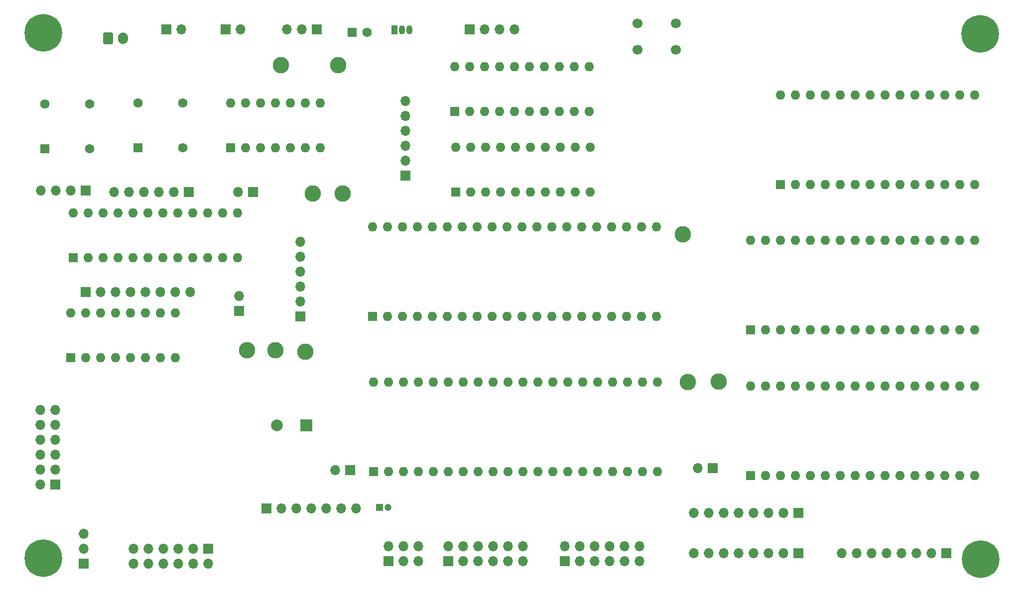
<source format=gbr>
%TF.GenerationSoftware,KiCad,Pcbnew,6.0.4+dfsg-1+b1*%
%TF.CreationDate,2022-05-07T15:32:52+10:00*%
%TF.ProjectId,65816-computer,36353831-362d-4636-9f6d-70757465722e,rev?*%
%TF.SameCoordinates,Original*%
%TF.FileFunction,Soldermask,Bot*%
%TF.FilePolarity,Negative*%
%FSLAX46Y46*%
G04 Gerber Fmt 4.6, Leading zero omitted, Abs format (unit mm)*
G04 Created by KiCad (PCBNEW 6.0.4+dfsg-1+b1) date 2022-05-07 15:32:52*
%MOMM*%
%LPD*%
G01*
G04 APERTURE LIST*
G04 Aperture macros list*
%AMRoundRect*
0 Rectangle with rounded corners*
0 $1 Rounding radius*
0 $2 $3 $4 $5 $6 $7 $8 $9 X,Y pos of 4 corners*
0 Add a 4 corners polygon primitive as box body*
4,1,4,$2,$3,$4,$5,$6,$7,$8,$9,$2,$3,0*
0 Add four circle primitives for the rounded corners*
1,1,$1+$1,$2,$3*
1,1,$1+$1,$4,$5*
1,1,$1+$1,$6,$7*
1,1,$1+$1,$8,$9*
0 Add four rect primitives between the rounded corners*
20,1,$1+$1,$2,$3,$4,$5,0*
20,1,$1+$1,$4,$5,$6,$7,0*
20,1,$1+$1,$6,$7,$8,$9,0*
20,1,$1+$1,$8,$9,$2,$3,0*%
G04 Aperture macros list end*
%ADD10R,1.600000X1.600000*%
%ADD11C,1.600000*%
%ADD12R,1.700000X1.700000*%
%ADD13O,1.700000X1.700000*%
%ADD14O,1.600000X1.600000*%
%ADD15C,0.800000*%
%ADD16C,6.400000*%
%ADD17C,2.800000*%
%ADD18R,2.000000X2.000000*%
%ADD19C,2.000000*%
%ADD20C,1.700000*%
%ADD21RoundRect,0.250000X-0.600000X-0.750000X0.600000X-0.750000X0.600000X0.750000X-0.600000X0.750000X0*%
%ADD22O,1.700000X2.000000*%
%ADD23R,1.200000X1.200000*%
%ADD24C,1.200000*%
%ADD25R,1.050000X1.500000*%
%ADD26O,1.050000X1.500000*%
G04 APERTURE END LIST*
D10*
%TO.C,X1*%
X89662000Y-64643000D03*
D11*
X97282000Y-64643000D03*
X97282000Y-57023000D03*
X89662000Y-57023000D03*
%TD*%
D12*
%TO.C,J19*%
X132207000Y-135001000D03*
D13*
X132207000Y-132461000D03*
X134747000Y-135001000D03*
X134747000Y-132461000D03*
X137287000Y-135001000D03*
X137287000Y-132461000D03*
%TD*%
D10*
%TO.C,U11*%
X78232000Y-100330000D03*
D14*
X80772000Y-100330000D03*
X83312000Y-100330000D03*
X85852000Y-100330000D03*
X88392000Y-100330000D03*
X90932000Y-100330000D03*
X93472000Y-100330000D03*
X96012000Y-100330000D03*
X96012000Y-92710000D03*
X93472000Y-92710000D03*
X90932000Y-92710000D03*
X88392000Y-92710000D03*
X85852000Y-92710000D03*
X83312000Y-92710000D03*
X80772000Y-92710000D03*
X78232000Y-92710000D03*
%TD*%
D10*
%TO.C,U9*%
X198882000Y-70876000D03*
D14*
X201422000Y-70876000D03*
X203962000Y-70876000D03*
X206502000Y-70876000D03*
X209042000Y-70876000D03*
X211582000Y-70876000D03*
X214122000Y-70876000D03*
X216662000Y-70876000D03*
X219202000Y-70876000D03*
X221742000Y-70876000D03*
X224282000Y-70876000D03*
X226822000Y-70876000D03*
X229362000Y-70876000D03*
X231902000Y-70876000D03*
X231902000Y-55636000D03*
X229362000Y-55636000D03*
X226822000Y-55636000D03*
X224282000Y-55636000D03*
X221742000Y-55636000D03*
X219202000Y-55636000D03*
X216662000Y-55636000D03*
X214122000Y-55636000D03*
X211582000Y-55636000D03*
X209042000Y-55636000D03*
X206502000Y-55636000D03*
X203962000Y-55636000D03*
X201422000Y-55636000D03*
X198882000Y-55636000D03*
%TD*%
D15*
%TO.C,H1*%
X75230056Y-43387944D03*
X73533000Y-42685000D03*
X75230056Y-46782056D03*
X73533000Y-47485000D03*
X71835944Y-46782056D03*
D16*
X73533000Y-45085000D03*
D15*
X71835944Y-43387944D03*
X75933000Y-45085000D03*
X71133000Y-45085000D03*
%TD*%
D17*
%TO.C,TP7*%
X124460000Y-72390000D03*
%TD*%
D15*
%TO.C,H4*%
X232918000Y-132220000D03*
X232918000Y-137020000D03*
X234615056Y-132922944D03*
X231220944Y-136317056D03*
X235318000Y-134620000D03*
D16*
X232918000Y-134620000D03*
D15*
X230518000Y-134620000D03*
X231220944Y-132922944D03*
X234615056Y-136317056D03*
%TD*%
D12*
%TO.C,J9*%
X227076000Y-133604000D03*
D13*
X224536000Y-133604000D03*
X221996000Y-133604000D03*
X219456000Y-133604000D03*
X216916000Y-133604000D03*
X214376000Y-133604000D03*
X211836000Y-133604000D03*
X209296000Y-133604000D03*
%TD*%
D15*
%TO.C,H3*%
X73533000Y-132093000D03*
X73533000Y-136893000D03*
X71133000Y-134493000D03*
X71835944Y-132795944D03*
X71835944Y-136190056D03*
X75933000Y-134493000D03*
X75230056Y-136190056D03*
X75230056Y-132795944D03*
D16*
X73533000Y-134493000D03*
%TD*%
D10*
%TO.C,U13*%
X129667000Y-119766000D03*
D14*
X132207000Y-119766000D03*
X134747000Y-119766000D03*
X137287000Y-119766000D03*
X139827000Y-119766000D03*
X142367000Y-119766000D03*
X144907000Y-119766000D03*
X147447000Y-119766000D03*
X149987000Y-119766000D03*
X152527000Y-119766000D03*
X155067000Y-119766000D03*
X157607000Y-119766000D03*
X160147000Y-119766000D03*
X162687000Y-119766000D03*
X165227000Y-119766000D03*
X167767000Y-119766000D03*
X170307000Y-119766000D03*
X172847000Y-119766000D03*
X175387000Y-119766000D03*
X177927000Y-119766000D03*
X177927000Y-104526000D03*
X175387000Y-104526000D03*
X172847000Y-104526000D03*
X170307000Y-104526000D03*
X167767000Y-104526000D03*
X165227000Y-104526000D03*
X162687000Y-104526000D03*
X160147000Y-104526000D03*
X157607000Y-104526000D03*
X155067000Y-104526000D03*
X152527000Y-104526000D03*
X149987000Y-104526000D03*
X147447000Y-104526000D03*
X144907000Y-104526000D03*
X142367000Y-104526000D03*
X139827000Y-104526000D03*
X137287000Y-104526000D03*
X134747000Y-104526000D03*
X132207000Y-104526000D03*
X129667000Y-104526000D03*
%TD*%
D17*
%TO.C,TP8*%
X188341000Y-104394000D03*
%TD*%
D10*
%TO.C,X2*%
X73787000Y-64770000D03*
D11*
X81407000Y-64770000D03*
X81407000Y-57150000D03*
X73787000Y-57150000D03*
%TD*%
D18*
%TO.C,LS1*%
X118237000Y-111887000D03*
D19*
X113237000Y-111887000D03*
%TD*%
D12*
%TO.C,J14*%
X117221000Y-93345000D03*
D13*
X117221000Y-90805000D03*
X117221000Y-88265000D03*
X117221000Y-85725000D03*
X117221000Y-83185000D03*
X117221000Y-80645000D03*
%TD*%
D12*
%TO.C,J20*%
X187330000Y-119126000D03*
D13*
X184790000Y-119126000D03*
%TD*%
D12*
%TO.C,JP3*%
X109220000Y-72136000D03*
D13*
X106680000Y-72136000D03*
%TD*%
D15*
%TO.C,H2*%
X232791000Y-47612000D03*
X230391000Y-45212000D03*
X235191000Y-45212000D03*
X231093944Y-43514944D03*
X231093944Y-46909056D03*
X234488056Y-43514944D03*
X232791000Y-42812000D03*
D16*
X232791000Y-45212000D03*
D15*
X234488056Y-46909056D03*
%TD*%
D12*
%TO.C,J6*%
X142429609Y-134946609D03*
D13*
X142429609Y-132406609D03*
X144969609Y-134946609D03*
X144969609Y-132406609D03*
X147509609Y-134946609D03*
X147509609Y-132406609D03*
X150049609Y-134946609D03*
X150049609Y-132406609D03*
X152589609Y-134946609D03*
X152589609Y-132406609D03*
X155129609Y-134946609D03*
X155129609Y-132406609D03*
%TD*%
D17*
%TO.C,TP11*%
X123698000Y-50546000D03*
%TD*%
D12*
%TO.C,J10*%
X201930000Y-126746000D03*
D13*
X199390000Y-126746000D03*
X196850000Y-126746000D03*
X194310000Y-126746000D03*
X191770000Y-126746000D03*
X189230000Y-126746000D03*
X186690000Y-126746000D03*
X184150000Y-126746000D03*
%TD*%
D20*
%TO.C,SW1*%
X174550000Y-43470000D03*
X181050000Y-43470000D03*
X174550000Y-47970000D03*
X181050000Y-47970000D03*
%TD*%
D21*
%TO.C,J3*%
X84582000Y-45974000D03*
D22*
X87082000Y-45974000D03*
%TD*%
D10*
%TO.C,U7*%
X193802000Y-95641000D03*
D14*
X196342000Y-95641000D03*
X198882000Y-95641000D03*
X201422000Y-95641000D03*
X203962000Y-95641000D03*
X206502000Y-95641000D03*
X209042000Y-95641000D03*
X211582000Y-95641000D03*
X214122000Y-95641000D03*
X216662000Y-95641000D03*
X219202000Y-95641000D03*
X221742000Y-95641000D03*
X224282000Y-95641000D03*
X226822000Y-95641000D03*
X229362000Y-95641000D03*
X231902000Y-95641000D03*
X231902000Y-80401000D03*
X229362000Y-80401000D03*
X226822000Y-80401000D03*
X224282000Y-80401000D03*
X221742000Y-80401000D03*
X219202000Y-80401000D03*
X216662000Y-80401000D03*
X214122000Y-80401000D03*
X211582000Y-80401000D03*
X209042000Y-80401000D03*
X206502000Y-80401000D03*
X203962000Y-80401000D03*
X201422000Y-80401000D03*
X198882000Y-80401000D03*
X196342000Y-80401000D03*
X193802000Y-80401000D03*
%TD*%
D12*
%TO.C,J17*%
X80772000Y-71882000D03*
D13*
X78232000Y-71882000D03*
X75692000Y-71882000D03*
X73152000Y-71882000D03*
%TD*%
D12*
%TO.C,J13*%
X135128000Y-69342000D03*
D13*
X135128000Y-66802000D03*
X135128000Y-64262000D03*
X135128000Y-61722000D03*
X135128000Y-59182000D03*
X135128000Y-56642000D03*
%TD*%
D12*
%TO.C,JP4*%
X106807000Y-92379000D03*
D13*
X106807000Y-89839000D03*
%TD*%
D12*
%TO.C,J5*%
X75570000Y-121920000D03*
D13*
X73030000Y-121920000D03*
X75570000Y-119380000D03*
X73030000Y-119380000D03*
X75570000Y-116840000D03*
X73030000Y-116840000D03*
X75570000Y-114300000D03*
X73030000Y-114300000D03*
X75570000Y-111760000D03*
X73030000Y-111760000D03*
X75570000Y-109220000D03*
X73030000Y-109220000D03*
%TD*%
D10*
%TO.C,U10*%
X105405000Y-64633000D03*
D14*
X107945000Y-64633000D03*
X110485000Y-64633000D03*
X113025000Y-64633000D03*
X115565000Y-64633000D03*
X118105000Y-64633000D03*
X120645000Y-64633000D03*
X120645000Y-57013000D03*
X118105000Y-57013000D03*
X115565000Y-57013000D03*
X113025000Y-57013000D03*
X110485000Y-57013000D03*
X107945000Y-57013000D03*
X105405000Y-57013000D03*
%TD*%
D10*
%TO.C,U6*%
X78608000Y-83302000D03*
D14*
X81148000Y-83302000D03*
X83688000Y-83302000D03*
X86228000Y-83302000D03*
X88768000Y-83302000D03*
X91308000Y-83302000D03*
X93848000Y-83302000D03*
X96388000Y-83302000D03*
X98928000Y-83302000D03*
X101468000Y-83302000D03*
X104008000Y-83302000D03*
X106548000Y-83302000D03*
X106548000Y-75682000D03*
X104008000Y-75682000D03*
X101468000Y-75682000D03*
X98928000Y-75682000D03*
X96388000Y-75682000D03*
X93848000Y-75682000D03*
X91308000Y-75682000D03*
X88768000Y-75682000D03*
X86228000Y-75682000D03*
X83688000Y-75682000D03*
X81148000Y-75682000D03*
X78608000Y-75682000D03*
%TD*%
D23*
%TO.C,C16*%
X130683000Y-125857000D03*
D24*
X132183000Y-125857000D03*
%TD*%
D12*
%TO.C,J16*%
X98298000Y-72136000D03*
D13*
X95758000Y-72136000D03*
X93218000Y-72136000D03*
X90678000Y-72136000D03*
X88138000Y-72136000D03*
X85598000Y-72136000D03*
%TD*%
D17*
%TO.C,TP9*%
X118110000Y-99314000D03*
%TD*%
D12*
%TO.C,J2*%
X94483000Y-44450000D03*
D13*
X97023000Y-44450000D03*
%TD*%
D10*
%TO.C,U4*%
X129540000Y-93345000D03*
D14*
X132080000Y-93345000D03*
X134620000Y-93345000D03*
X137160000Y-93345000D03*
X139700000Y-93345000D03*
X142240000Y-93345000D03*
X144780000Y-93345000D03*
X147320000Y-93345000D03*
X149860000Y-93345000D03*
X152400000Y-93345000D03*
X154940000Y-93345000D03*
X157480000Y-93345000D03*
X160020000Y-93345000D03*
X162560000Y-93345000D03*
X165100000Y-93345000D03*
X167640000Y-93345000D03*
X170180000Y-93345000D03*
X172720000Y-93345000D03*
X175260000Y-93345000D03*
X177800000Y-93345000D03*
X177800000Y-78105000D03*
X175260000Y-78105000D03*
X172720000Y-78105000D03*
X170180000Y-78105000D03*
X167640000Y-78105000D03*
X165100000Y-78105000D03*
X162560000Y-78105000D03*
X160020000Y-78105000D03*
X157480000Y-78105000D03*
X154940000Y-78105000D03*
X152400000Y-78105000D03*
X149860000Y-78105000D03*
X147320000Y-78105000D03*
X144780000Y-78105000D03*
X142240000Y-78105000D03*
X139700000Y-78105000D03*
X137160000Y-78105000D03*
X134620000Y-78105000D03*
X132080000Y-78105000D03*
X129540000Y-78105000D03*
%TD*%
D12*
%TO.C,J4*%
X101600000Y-132842000D03*
D13*
X101600000Y-135382000D03*
X99060000Y-132842000D03*
X99060000Y-135382000D03*
X96520000Y-132842000D03*
X96520000Y-135382000D03*
X93980000Y-132842000D03*
X93980000Y-135382000D03*
X91440000Y-132842000D03*
X91440000Y-135382000D03*
X88900000Y-132842000D03*
X88900000Y-135382000D03*
%TD*%
D10*
%TO.C,U3*%
X143510000Y-58420000D03*
D14*
X146050000Y-58420000D03*
X148590000Y-58420000D03*
X151130000Y-58420000D03*
X153670000Y-58420000D03*
X156210000Y-58420000D03*
X158750000Y-58420000D03*
X161290000Y-58420000D03*
X163830000Y-58420000D03*
X166370000Y-58420000D03*
X166370000Y-50800000D03*
X163830000Y-50800000D03*
X161290000Y-50800000D03*
X158750000Y-50800000D03*
X156210000Y-50800000D03*
X153670000Y-50800000D03*
X151130000Y-50800000D03*
X148590000Y-50800000D03*
X146050000Y-50800000D03*
X143510000Y-50800000D03*
%TD*%
D17*
%TO.C,TP4*%
X113030000Y-99060000D03*
%TD*%
D12*
%TO.C,JP1*%
X125730000Y-119507000D03*
D13*
X123190000Y-119507000D03*
%TD*%
D17*
%TO.C,TP6*%
X183134000Y-104521000D03*
%TD*%
D12*
%TO.C,J18*%
X111500600Y-125984400D03*
D13*
X114040600Y-125984400D03*
X116580600Y-125984400D03*
X119120600Y-125984400D03*
X121660600Y-125984400D03*
X124200600Y-125984400D03*
X126740600Y-125984400D03*
%TD*%
D12*
%TO.C,J1*%
X104516000Y-44450000D03*
D13*
X107056000Y-44450000D03*
%TD*%
D17*
%TO.C,TP5*%
X108204000Y-99060000D03*
%TD*%
%TO.C,TP1*%
X119380000Y-72390000D03*
%TD*%
D12*
%TO.C,J12*%
X80787000Y-89154000D03*
D13*
X83327000Y-89154000D03*
X85867000Y-89154000D03*
X88407000Y-89154000D03*
X90947000Y-89154000D03*
X93487000Y-89154000D03*
X96027000Y-89154000D03*
X98567000Y-89154000D03*
%TD*%
D10*
%TO.C,C15*%
X126071621Y-44958000D03*
D11*
X128571621Y-44958000D03*
%TD*%
D10*
%TO.C,U2*%
X143637000Y-72131000D03*
D14*
X146177000Y-72131000D03*
X148717000Y-72131000D03*
X151257000Y-72131000D03*
X153797000Y-72131000D03*
X156337000Y-72131000D03*
X158877000Y-72131000D03*
X161417000Y-72131000D03*
X163957000Y-72131000D03*
X166497000Y-72131000D03*
X166497000Y-64511000D03*
X163957000Y-64511000D03*
X161417000Y-64511000D03*
X158877000Y-64511000D03*
X156337000Y-64511000D03*
X153797000Y-64511000D03*
X151257000Y-64511000D03*
X148717000Y-64511000D03*
X146177000Y-64511000D03*
X143637000Y-64511000D03*
%TD*%
D17*
%TO.C,TP2*%
X113919000Y-50546000D03*
%TD*%
D12*
%TO.C,J15*%
X80391000Y-135387000D03*
D13*
X80391000Y-132847000D03*
X80391000Y-130307000D03*
%TD*%
D12*
%TO.C,J7*%
X162241609Y-134946609D03*
D13*
X162241609Y-132406609D03*
X164781609Y-134946609D03*
X164781609Y-132406609D03*
X167321609Y-134946609D03*
X167321609Y-132406609D03*
X169861609Y-134946609D03*
X169861609Y-132406609D03*
X172401609Y-134946609D03*
X172401609Y-132406609D03*
X174941609Y-134946609D03*
X174941609Y-132406609D03*
%TD*%
D17*
%TO.C,TP10*%
X182245000Y-79375000D03*
%TD*%
D12*
%TO.C,JP2*%
X120015000Y-44450000D03*
D13*
X117475000Y-44450000D03*
X114935000Y-44450000D03*
%TD*%
D12*
%TO.C,J11*%
X146060000Y-44450000D03*
D13*
X148600000Y-44450000D03*
X151140000Y-44450000D03*
X153680000Y-44450000D03*
%TD*%
D12*
%TO.C,J8*%
X201930000Y-133604000D03*
D13*
X199390000Y-133604000D03*
X196850000Y-133604000D03*
X194310000Y-133604000D03*
X191770000Y-133604000D03*
X189230000Y-133604000D03*
X186690000Y-133604000D03*
X184150000Y-133604000D03*
%TD*%
D10*
%TO.C,U8*%
X193802000Y-120401000D03*
D14*
X196342000Y-120401000D03*
X198882000Y-120401000D03*
X201422000Y-120401000D03*
X203962000Y-120401000D03*
X206502000Y-120401000D03*
X209042000Y-120401000D03*
X211582000Y-120401000D03*
X214122000Y-120401000D03*
X216662000Y-120401000D03*
X219202000Y-120401000D03*
X221742000Y-120401000D03*
X224282000Y-120401000D03*
X226822000Y-120401000D03*
X229362000Y-120401000D03*
X231902000Y-120401000D03*
X231902000Y-105161000D03*
X229362000Y-105161000D03*
X226822000Y-105161000D03*
X224282000Y-105161000D03*
X221742000Y-105161000D03*
X219202000Y-105161000D03*
X216662000Y-105161000D03*
X214122000Y-105161000D03*
X211582000Y-105161000D03*
X209042000Y-105161000D03*
X206502000Y-105161000D03*
X203962000Y-105161000D03*
X201422000Y-105161000D03*
X198882000Y-105161000D03*
X196342000Y-105161000D03*
X193802000Y-105161000D03*
%TD*%
D25*
%TO.C,U14*%
X133223000Y-44577000D03*
D26*
X134493000Y-44577000D03*
X135763000Y-44577000D03*
%TD*%
M02*

</source>
